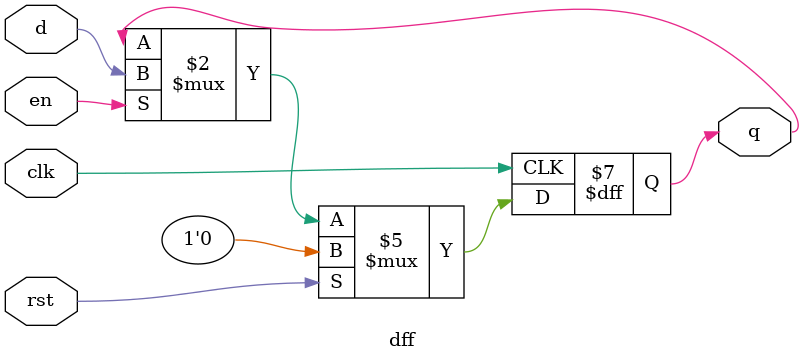
<source format=v>
module dff(clk, rst, d, q, en);
parameter USE_EN = 1;
input clk, rst, d, en;
output reg q;

always @(posedge clk) begin 
   if (rst)
      q <= 0;
   else begin
      if(USE_EN) begin
         if (en)
            q <= d;
      end
      else 
         q <= d;
   end
      
end 

endmodule
</source>
